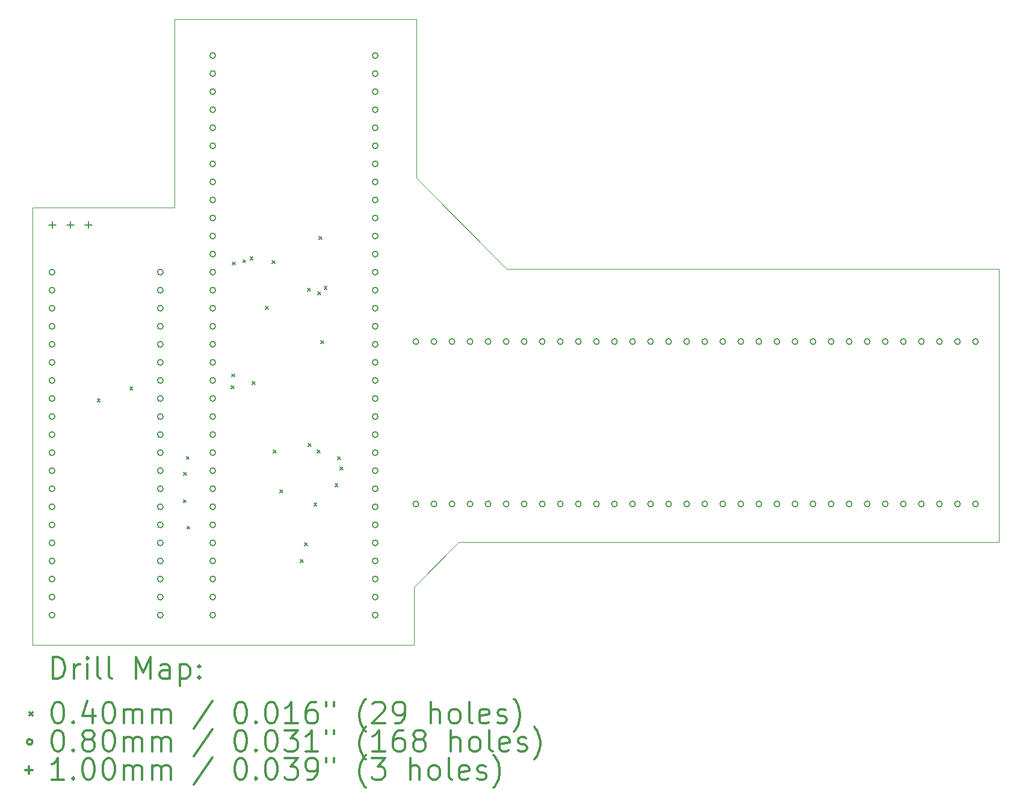
<source format=gbr>
%FSLAX45Y45*%
G04 Gerber Fmt 4.5, Leading zero omitted, Abs format (unit mm)*
G04 Created by KiCad (PCBNEW (5.1.5)-3) date 2021-09-12 14:12:53*
%MOMM*%
%LPD*%
G04 APERTURE LIST*
%TA.AperFunction,Profile*%
%ADD10C,0.050000*%
%TD*%
%ADD11C,0.200000*%
%ADD12C,0.300000*%
G04 APERTURE END LIST*
D10*
X6938000Y-9548000D02*
X6938000Y-6896000D01*
X10342000Y-6896000D02*
X6938000Y-6896000D01*
X10342000Y-9132000D02*
X10342000Y-6896000D01*
X11617000Y-10407000D02*
X10342000Y-9132000D01*
X18538000Y-10407000D02*
X11617000Y-10407000D01*
X18538000Y-14256000D02*
X18538000Y-10407000D01*
X18499000Y-14256000D02*
X18538000Y-14256000D01*
X11033000Y-14256000D02*
X18499000Y-14256000D01*
X10309000Y-15704000D02*
X4947000Y-15704000D01*
X10309000Y-14886000D02*
X10309000Y-15704000D01*
X10939000Y-14256000D02*
X10309000Y-14886000D01*
X11033000Y-14256000D02*
X10939000Y-14256000D01*
X4947000Y-9548000D02*
X6938000Y-9548000D01*
X4947000Y-15704000D02*
X4947000Y-9548000D01*
D11*
X5855000Y-12237000D02*
X5895000Y-12277000D01*
X5895000Y-12237000D02*
X5855000Y-12277000D01*
X6313000Y-12070000D02*
X6353000Y-12110000D01*
X6353000Y-12070000D02*
X6313000Y-12110000D01*
X7065000Y-13656734D02*
X7105000Y-13696734D01*
X7105000Y-13656734D02*
X7065000Y-13696734D01*
X7067415Y-13274117D02*
X7107415Y-13314117D01*
X7107415Y-13274117D02*
X7067415Y-13314117D01*
X7109251Y-13047222D02*
X7149251Y-13087222D01*
X7149251Y-13047222D02*
X7109251Y-13087222D01*
X7116000Y-14029000D02*
X7156000Y-14069000D01*
X7156000Y-14029000D02*
X7116000Y-14069000D01*
X7742000Y-12049000D02*
X7782000Y-12089000D01*
X7782000Y-12049000D02*
X7742000Y-12089000D01*
X7749966Y-11885999D02*
X7789966Y-11925999D01*
X7789966Y-11885999D02*
X7749966Y-11925999D01*
X7754000Y-10313000D02*
X7794000Y-10353000D01*
X7794000Y-10313000D02*
X7754000Y-10353000D01*
X7903550Y-10277550D02*
X7943550Y-10317550D01*
X7943550Y-10277550D02*
X7903550Y-10317550D01*
X8005870Y-10238870D02*
X8045870Y-10278870D01*
X8045870Y-10238870D02*
X8005870Y-10278870D01*
X8034001Y-11994000D02*
X8074001Y-12034000D01*
X8074001Y-11994000D02*
X8034001Y-12034000D01*
X8224000Y-10935000D02*
X8264000Y-10975000D01*
X8264000Y-10935000D02*
X8224000Y-10975000D01*
X8316000Y-10290000D02*
X8356000Y-10330000D01*
X8356000Y-10290000D02*
X8316000Y-10330000D01*
X8332000Y-12955000D02*
X8372000Y-12995000D01*
X8372000Y-12955000D02*
X8332000Y-12995000D01*
X8425000Y-13516000D02*
X8465000Y-13556000D01*
X8465000Y-13516000D02*
X8425000Y-13556000D01*
X8710000Y-14500000D02*
X8750000Y-14540000D01*
X8750000Y-14500000D02*
X8710000Y-14540000D01*
X8770000Y-14262000D02*
X8810000Y-14302000D01*
X8810000Y-14262000D02*
X8770000Y-14302000D01*
X8817122Y-10681811D02*
X8857122Y-10721811D01*
X8857122Y-10681811D02*
X8817122Y-10721811D01*
X8820000Y-12862000D02*
X8860000Y-12902000D01*
X8860000Y-12862000D02*
X8820000Y-12902000D01*
X8903000Y-13704000D02*
X8943000Y-13744000D01*
X8943000Y-13704000D02*
X8903000Y-13744000D01*
X8947998Y-12955000D02*
X8987998Y-12995000D01*
X8987998Y-12955000D02*
X8947998Y-12995000D01*
X8960499Y-10731871D02*
X9000499Y-10771871D01*
X9000499Y-10731871D02*
X8960499Y-10771871D01*
X8973499Y-9949778D02*
X9013499Y-9989778D01*
X9013499Y-9949778D02*
X8973499Y-9989778D01*
X9002000Y-11415000D02*
X9042000Y-11455000D01*
X9042000Y-11415000D02*
X9002000Y-11455000D01*
X9046000Y-10654000D02*
X9086000Y-10694000D01*
X9086000Y-10654000D02*
X9046000Y-10694000D01*
X9200000Y-13429000D02*
X9240000Y-13469000D01*
X9240000Y-13429000D02*
X9200000Y-13469000D01*
X9235000Y-13049000D02*
X9275000Y-13089000D01*
X9275000Y-13049000D02*
X9235000Y-13089000D01*
X9274000Y-13196000D02*
X9314000Y-13236000D01*
X9314000Y-13196000D02*
X9274000Y-13236000D01*
X5258200Y-10454000D02*
G75*
G03X5258200Y-10454000I-40000J0D01*
G01*
X5258200Y-10708000D02*
G75*
G03X5258200Y-10708000I-40000J0D01*
G01*
X5258200Y-10962000D02*
G75*
G03X5258200Y-10962000I-40000J0D01*
G01*
X5258200Y-11216000D02*
G75*
G03X5258200Y-11216000I-40000J0D01*
G01*
X5258200Y-11470000D02*
G75*
G03X5258200Y-11470000I-40000J0D01*
G01*
X5258200Y-11724000D02*
G75*
G03X5258200Y-11724000I-40000J0D01*
G01*
X5258200Y-11978000D02*
G75*
G03X5258200Y-11978000I-40000J0D01*
G01*
X5258200Y-12232000D02*
G75*
G03X5258200Y-12232000I-40000J0D01*
G01*
X5258200Y-12486000D02*
G75*
G03X5258200Y-12486000I-40000J0D01*
G01*
X5258200Y-12740000D02*
G75*
G03X5258200Y-12740000I-40000J0D01*
G01*
X5258200Y-12994000D02*
G75*
G03X5258200Y-12994000I-40000J0D01*
G01*
X5258200Y-13248000D02*
G75*
G03X5258200Y-13248000I-40000J0D01*
G01*
X5258200Y-13502000D02*
G75*
G03X5258200Y-13502000I-40000J0D01*
G01*
X5258200Y-13756000D02*
G75*
G03X5258200Y-13756000I-40000J0D01*
G01*
X5258200Y-14010000D02*
G75*
G03X5258200Y-14010000I-40000J0D01*
G01*
X5258200Y-14264000D02*
G75*
G03X5258200Y-14264000I-40000J0D01*
G01*
X5258200Y-14518000D02*
G75*
G03X5258200Y-14518000I-40000J0D01*
G01*
X5258200Y-14772000D02*
G75*
G03X5258200Y-14772000I-40000J0D01*
G01*
X5258200Y-15026000D02*
G75*
G03X5258200Y-15026000I-40000J0D01*
G01*
X5258200Y-15280000D02*
G75*
G03X5258200Y-15280000I-40000J0D01*
G01*
X6782200Y-10454000D02*
G75*
G03X6782200Y-10454000I-40000J0D01*
G01*
X6782200Y-10708000D02*
G75*
G03X6782200Y-10708000I-40000J0D01*
G01*
X6782200Y-10962000D02*
G75*
G03X6782200Y-10962000I-40000J0D01*
G01*
X6782200Y-11216000D02*
G75*
G03X6782200Y-11216000I-40000J0D01*
G01*
X6782200Y-11470000D02*
G75*
G03X6782200Y-11470000I-40000J0D01*
G01*
X6782200Y-11724000D02*
G75*
G03X6782200Y-11724000I-40000J0D01*
G01*
X6782200Y-11978000D02*
G75*
G03X6782200Y-11978000I-40000J0D01*
G01*
X6782200Y-12232000D02*
G75*
G03X6782200Y-12232000I-40000J0D01*
G01*
X6782200Y-12486000D02*
G75*
G03X6782200Y-12486000I-40000J0D01*
G01*
X6782200Y-12740000D02*
G75*
G03X6782200Y-12740000I-40000J0D01*
G01*
X6782200Y-12994000D02*
G75*
G03X6782200Y-12994000I-40000J0D01*
G01*
X6782200Y-13248000D02*
G75*
G03X6782200Y-13248000I-40000J0D01*
G01*
X6782200Y-13502000D02*
G75*
G03X6782200Y-13502000I-40000J0D01*
G01*
X6782200Y-13756000D02*
G75*
G03X6782200Y-13756000I-40000J0D01*
G01*
X6782200Y-14010000D02*
G75*
G03X6782200Y-14010000I-40000J0D01*
G01*
X6782200Y-14264000D02*
G75*
G03X6782200Y-14264000I-40000J0D01*
G01*
X6782200Y-14518000D02*
G75*
G03X6782200Y-14518000I-40000J0D01*
G01*
X6782200Y-14772000D02*
G75*
G03X6782200Y-14772000I-40000J0D01*
G01*
X6782200Y-15026000D02*
G75*
G03X6782200Y-15026000I-40000J0D01*
G01*
X6782200Y-15280000D02*
G75*
G03X6782200Y-15280000I-40000J0D01*
G01*
X10377800Y-11430000D02*
G75*
G03X10377800Y-11430000I-40000J0D01*
G01*
X10377800Y-13716000D02*
G75*
G03X10377800Y-13716000I-40000J0D01*
G01*
X10631800Y-11430000D02*
G75*
G03X10631800Y-11430000I-40000J0D01*
G01*
X10631800Y-13716000D02*
G75*
G03X10631800Y-13716000I-40000J0D01*
G01*
X10885800Y-11430000D02*
G75*
G03X10885800Y-11430000I-40000J0D01*
G01*
X10885800Y-13716000D02*
G75*
G03X10885800Y-13716000I-40000J0D01*
G01*
X11139800Y-11430000D02*
G75*
G03X11139800Y-11430000I-40000J0D01*
G01*
X11139800Y-13716000D02*
G75*
G03X11139800Y-13716000I-40000J0D01*
G01*
X11393800Y-11430000D02*
G75*
G03X11393800Y-11430000I-40000J0D01*
G01*
X11393800Y-13716000D02*
G75*
G03X11393800Y-13716000I-40000J0D01*
G01*
X11647800Y-11430000D02*
G75*
G03X11647800Y-11430000I-40000J0D01*
G01*
X11647800Y-13716000D02*
G75*
G03X11647800Y-13716000I-40000J0D01*
G01*
X11901800Y-11430000D02*
G75*
G03X11901800Y-11430000I-40000J0D01*
G01*
X11901800Y-13716000D02*
G75*
G03X11901800Y-13716000I-40000J0D01*
G01*
X12155800Y-11430000D02*
G75*
G03X12155800Y-11430000I-40000J0D01*
G01*
X12155800Y-13716000D02*
G75*
G03X12155800Y-13716000I-40000J0D01*
G01*
X12409800Y-11430000D02*
G75*
G03X12409800Y-11430000I-40000J0D01*
G01*
X12409800Y-13716000D02*
G75*
G03X12409800Y-13716000I-40000J0D01*
G01*
X12663800Y-11430000D02*
G75*
G03X12663800Y-11430000I-40000J0D01*
G01*
X12663800Y-13716000D02*
G75*
G03X12663800Y-13716000I-40000J0D01*
G01*
X12917800Y-11430000D02*
G75*
G03X12917800Y-11430000I-40000J0D01*
G01*
X12917800Y-13716000D02*
G75*
G03X12917800Y-13716000I-40000J0D01*
G01*
X13171800Y-11430000D02*
G75*
G03X13171800Y-11430000I-40000J0D01*
G01*
X13171800Y-13716000D02*
G75*
G03X13171800Y-13716000I-40000J0D01*
G01*
X13425800Y-11430000D02*
G75*
G03X13425800Y-11430000I-40000J0D01*
G01*
X13425800Y-13716000D02*
G75*
G03X13425800Y-13716000I-40000J0D01*
G01*
X13679800Y-11430000D02*
G75*
G03X13679800Y-11430000I-40000J0D01*
G01*
X13679800Y-13716000D02*
G75*
G03X13679800Y-13716000I-40000J0D01*
G01*
X13933800Y-11430000D02*
G75*
G03X13933800Y-11430000I-40000J0D01*
G01*
X13933800Y-13716000D02*
G75*
G03X13933800Y-13716000I-40000J0D01*
G01*
X14187800Y-11430000D02*
G75*
G03X14187800Y-11430000I-40000J0D01*
G01*
X14187800Y-13716000D02*
G75*
G03X14187800Y-13716000I-40000J0D01*
G01*
X14441800Y-11430000D02*
G75*
G03X14441800Y-11430000I-40000J0D01*
G01*
X14441800Y-13716000D02*
G75*
G03X14441800Y-13716000I-40000J0D01*
G01*
X14695800Y-11430000D02*
G75*
G03X14695800Y-11430000I-40000J0D01*
G01*
X14695800Y-13716000D02*
G75*
G03X14695800Y-13716000I-40000J0D01*
G01*
X14949800Y-11430000D02*
G75*
G03X14949800Y-11430000I-40000J0D01*
G01*
X14949800Y-13716000D02*
G75*
G03X14949800Y-13716000I-40000J0D01*
G01*
X15203800Y-11430000D02*
G75*
G03X15203800Y-11430000I-40000J0D01*
G01*
X15203800Y-13716000D02*
G75*
G03X15203800Y-13716000I-40000J0D01*
G01*
X15457800Y-11430000D02*
G75*
G03X15457800Y-11430000I-40000J0D01*
G01*
X15457800Y-13716000D02*
G75*
G03X15457800Y-13716000I-40000J0D01*
G01*
X15711800Y-11430000D02*
G75*
G03X15711800Y-11430000I-40000J0D01*
G01*
X15711800Y-13716000D02*
G75*
G03X15711800Y-13716000I-40000J0D01*
G01*
X15965800Y-11430000D02*
G75*
G03X15965800Y-11430000I-40000J0D01*
G01*
X15965800Y-13716000D02*
G75*
G03X15965800Y-13716000I-40000J0D01*
G01*
X16219800Y-11430000D02*
G75*
G03X16219800Y-11430000I-40000J0D01*
G01*
X16219800Y-13716000D02*
G75*
G03X16219800Y-13716000I-40000J0D01*
G01*
X16473800Y-11430000D02*
G75*
G03X16473800Y-11430000I-40000J0D01*
G01*
X16473800Y-13716000D02*
G75*
G03X16473800Y-13716000I-40000J0D01*
G01*
X16727800Y-11430000D02*
G75*
G03X16727800Y-11430000I-40000J0D01*
G01*
X16727800Y-13716000D02*
G75*
G03X16727800Y-13716000I-40000J0D01*
G01*
X16981800Y-11430000D02*
G75*
G03X16981800Y-11430000I-40000J0D01*
G01*
X16981800Y-13716000D02*
G75*
G03X16981800Y-13716000I-40000J0D01*
G01*
X17235800Y-11430000D02*
G75*
G03X17235800Y-11430000I-40000J0D01*
G01*
X17235800Y-13716000D02*
G75*
G03X17235800Y-13716000I-40000J0D01*
G01*
X17489800Y-11430000D02*
G75*
G03X17489800Y-11430000I-40000J0D01*
G01*
X17489800Y-13716000D02*
G75*
G03X17489800Y-13716000I-40000J0D01*
G01*
X17743800Y-11430000D02*
G75*
G03X17743800Y-11430000I-40000J0D01*
G01*
X17743800Y-13716000D02*
G75*
G03X17743800Y-13716000I-40000J0D01*
G01*
X17997800Y-11430000D02*
G75*
G03X17997800Y-11430000I-40000J0D01*
G01*
X17997800Y-13716000D02*
G75*
G03X17997800Y-13716000I-40000J0D01*
G01*
X18251800Y-11430000D02*
G75*
G03X18251800Y-11430000I-40000J0D01*
G01*
X18251800Y-13716000D02*
G75*
G03X18251800Y-13716000I-40000J0D01*
G01*
X7519800Y-7405000D02*
G75*
G03X7519800Y-7405000I-40000J0D01*
G01*
X7519800Y-7659000D02*
G75*
G03X7519800Y-7659000I-40000J0D01*
G01*
X7519800Y-7913000D02*
G75*
G03X7519800Y-7913000I-40000J0D01*
G01*
X7519800Y-8167000D02*
G75*
G03X7519800Y-8167000I-40000J0D01*
G01*
X7519800Y-8421000D02*
G75*
G03X7519800Y-8421000I-40000J0D01*
G01*
X7519800Y-8675000D02*
G75*
G03X7519800Y-8675000I-40000J0D01*
G01*
X7519800Y-8929000D02*
G75*
G03X7519800Y-8929000I-40000J0D01*
G01*
X7519800Y-9183000D02*
G75*
G03X7519800Y-9183000I-40000J0D01*
G01*
X7519800Y-9437000D02*
G75*
G03X7519800Y-9437000I-40000J0D01*
G01*
X7519800Y-9691000D02*
G75*
G03X7519800Y-9691000I-40000J0D01*
G01*
X7519800Y-9945000D02*
G75*
G03X7519800Y-9945000I-40000J0D01*
G01*
X7519800Y-10199000D02*
G75*
G03X7519800Y-10199000I-40000J0D01*
G01*
X7519800Y-10453000D02*
G75*
G03X7519800Y-10453000I-40000J0D01*
G01*
X7519800Y-10707000D02*
G75*
G03X7519800Y-10707000I-40000J0D01*
G01*
X7519800Y-10961000D02*
G75*
G03X7519800Y-10961000I-40000J0D01*
G01*
X7519800Y-11215000D02*
G75*
G03X7519800Y-11215000I-40000J0D01*
G01*
X7519800Y-11469000D02*
G75*
G03X7519800Y-11469000I-40000J0D01*
G01*
X7519800Y-11723000D02*
G75*
G03X7519800Y-11723000I-40000J0D01*
G01*
X7519800Y-11977000D02*
G75*
G03X7519800Y-11977000I-40000J0D01*
G01*
X7519800Y-12231000D02*
G75*
G03X7519800Y-12231000I-40000J0D01*
G01*
X7519800Y-12485000D02*
G75*
G03X7519800Y-12485000I-40000J0D01*
G01*
X7519800Y-12739000D02*
G75*
G03X7519800Y-12739000I-40000J0D01*
G01*
X7519800Y-12993000D02*
G75*
G03X7519800Y-12993000I-40000J0D01*
G01*
X7519800Y-13247000D02*
G75*
G03X7519800Y-13247000I-40000J0D01*
G01*
X7519800Y-13501000D02*
G75*
G03X7519800Y-13501000I-40000J0D01*
G01*
X7519800Y-13755000D02*
G75*
G03X7519800Y-13755000I-40000J0D01*
G01*
X7519800Y-14009000D02*
G75*
G03X7519800Y-14009000I-40000J0D01*
G01*
X7519800Y-14263000D02*
G75*
G03X7519800Y-14263000I-40000J0D01*
G01*
X7519800Y-14517000D02*
G75*
G03X7519800Y-14517000I-40000J0D01*
G01*
X7519800Y-14771000D02*
G75*
G03X7519800Y-14771000I-40000J0D01*
G01*
X7519800Y-15025000D02*
G75*
G03X7519800Y-15025000I-40000J0D01*
G01*
X7519800Y-15279000D02*
G75*
G03X7519800Y-15279000I-40000J0D01*
G01*
X9805800Y-7405000D02*
G75*
G03X9805800Y-7405000I-40000J0D01*
G01*
X9805800Y-7659000D02*
G75*
G03X9805800Y-7659000I-40000J0D01*
G01*
X9805800Y-7913000D02*
G75*
G03X9805800Y-7913000I-40000J0D01*
G01*
X9805800Y-8167000D02*
G75*
G03X9805800Y-8167000I-40000J0D01*
G01*
X9805800Y-8421000D02*
G75*
G03X9805800Y-8421000I-40000J0D01*
G01*
X9805800Y-8675000D02*
G75*
G03X9805800Y-8675000I-40000J0D01*
G01*
X9805800Y-8929000D02*
G75*
G03X9805800Y-8929000I-40000J0D01*
G01*
X9805800Y-9183000D02*
G75*
G03X9805800Y-9183000I-40000J0D01*
G01*
X9805800Y-9437000D02*
G75*
G03X9805800Y-9437000I-40000J0D01*
G01*
X9805800Y-9691000D02*
G75*
G03X9805800Y-9691000I-40000J0D01*
G01*
X9805800Y-9945000D02*
G75*
G03X9805800Y-9945000I-40000J0D01*
G01*
X9805800Y-10199000D02*
G75*
G03X9805800Y-10199000I-40000J0D01*
G01*
X9805800Y-10453000D02*
G75*
G03X9805800Y-10453000I-40000J0D01*
G01*
X9805800Y-10707000D02*
G75*
G03X9805800Y-10707000I-40000J0D01*
G01*
X9805800Y-10961000D02*
G75*
G03X9805800Y-10961000I-40000J0D01*
G01*
X9805800Y-11215000D02*
G75*
G03X9805800Y-11215000I-40000J0D01*
G01*
X9805800Y-11469000D02*
G75*
G03X9805800Y-11469000I-40000J0D01*
G01*
X9805800Y-11723000D02*
G75*
G03X9805800Y-11723000I-40000J0D01*
G01*
X9805800Y-11977000D02*
G75*
G03X9805800Y-11977000I-40000J0D01*
G01*
X9805800Y-12231000D02*
G75*
G03X9805800Y-12231000I-40000J0D01*
G01*
X9805800Y-12485000D02*
G75*
G03X9805800Y-12485000I-40000J0D01*
G01*
X9805800Y-12739000D02*
G75*
G03X9805800Y-12739000I-40000J0D01*
G01*
X9805800Y-12993000D02*
G75*
G03X9805800Y-12993000I-40000J0D01*
G01*
X9805800Y-13247000D02*
G75*
G03X9805800Y-13247000I-40000J0D01*
G01*
X9805800Y-13501000D02*
G75*
G03X9805800Y-13501000I-40000J0D01*
G01*
X9805800Y-13755000D02*
G75*
G03X9805800Y-13755000I-40000J0D01*
G01*
X9805800Y-14009000D02*
G75*
G03X9805800Y-14009000I-40000J0D01*
G01*
X9805800Y-14263000D02*
G75*
G03X9805800Y-14263000I-40000J0D01*
G01*
X9805800Y-14517000D02*
G75*
G03X9805800Y-14517000I-40000J0D01*
G01*
X9805800Y-14771000D02*
G75*
G03X9805800Y-14771000I-40000J0D01*
G01*
X9805800Y-15025000D02*
G75*
G03X9805800Y-15025000I-40000J0D01*
G01*
X9805800Y-15279000D02*
G75*
G03X9805800Y-15279000I-40000J0D01*
G01*
X5220000Y-9736000D02*
X5220000Y-9836000D01*
X5170000Y-9786000D02*
X5270000Y-9786000D01*
X5474000Y-9736000D02*
X5474000Y-9836000D01*
X5424000Y-9786000D02*
X5524000Y-9786000D01*
X5728000Y-9736000D02*
X5728000Y-9836000D01*
X5678000Y-9786000D02*
X5778000Y-9786000D01*
D12*
X5230928Y-16172214D02*
X5230928Y-15872214D01*
X5302357Y-15872214D01*
X5345214Y-15886500D01*
X5373786Y-15915071D01*
X5388071Y-15943643D01*
X5402357Y-16000786D01*
X5402357Y-16043643D01*
X5388071Y-16100786D01*
X5373786Y-16129357D01*
X5345214Y-16157929D01*
X5302357Y-16172214D01*
X5230928Y-16172214D01*
X5530928Y-16172214D02*
X5530928Y-15972214D01*
X5530928Y-16029357D02*
X5545214Y-16000786D01*
X5559500Y-15986500D01*
X5588071Y-15972214D01*
X5616643Y-15972214D01*
X5716643Y-16172214D02*
X5716643Y-15972214D01*
X5716643Y-15872214D02*
X5702357Y-15886500D01*
X5716643Y-15900786D01*
X5730928Y-15886500D01*
X5716643Y-15872214D01*
X5716643Y-15900786D01*
X5902357Y-16172214D02*
X5873786Y-16157929D01*
X5859500Y-16129357D01*
X5859500Y-15872214D01*
X6059500Y-16172214D02*
X6030928Y-16157929D01*
X6016643Y-16129357D01*
X6016643Y-15872214D01*
X6402357Y-16172214D02*
X6402357Y-15872214D01*
X6502357Y-16086500D01*
X6602357Y-15872214D01*
X6602357Y-16172214D01*
X6873786Y-16172214D02*
X6873786Y-16015071D01*
X6859500Y-15986500D01*
X6830928Y-15972214D01*
X6773786Y-15972214D01*
X6745214Y-15986500D01*
X6873786Y-16157929D02*
X6845214Y-16172214D01*
X6773786Y-16172214D01*
X6745214Y-16157929D01*
X6730928Y-16129357D01*
X6730928Y-16100786D01*
X6745214Y-16072214D01*
X6773786Y-16057929D01*
X6845214Y-16057929D01*
X6873786Y-16043643D01*
X7016643Y-15972214D02*
X7016643Y-16272214D01*
X7016643Y-15986500D02*
X7045214Y-15972214D01*
X7102357Y-15972214D01*
X7130928Y-15986500D01*
X7145214Y-16000786D01*
X7159500Y-16029357D01*
X7159500Y-16115071D01*
X7145214Y-16143643D01*
X7130928Y-16157929D01*
X7102357Y-16172214D01*
X7045214Y-16172214D01*
X7016643Y-16157929D01*
X7288071Y-16143643D02*
X7302357Y-16157929D01*
X7288071Y-16172214D01*
X7273786Y-16157929D01*
X7288071Y-16143643D01*
X7288071Y-16172214D01*
X7288071Y-15986500D02*
X7302357Y-16000786D01*
X7288071Y-16015071D01*
X7273786Y-16000786D01*
X7288071Y-15986500D01*
X7288071Y-16015071D01*
X4904500Y-16646500D02*
X4944500Y-16686500D01*
X4944500Y-16646500D02*
X4904500Y-16686500D01*
X5288071Y-16502214D02*
X5316643Y-16502214D01*
X5345214Y-16516500D01*
X5359500Y-16530786D01*
X5373786Y-16559357D01*
X5388071Y-16616500D01*
X5388071Y-16687929D01*
X5373786Y-16745071D01*
X5359500Y-16773643D01*
X5345214Y-16787929D01*
X5316643Y-16802214D01*
X5288071Y-16802214D01*
X5259500Y-16787929D01*
X5245214Y-16773643D01*
X5230928Y-16745071D01*
X5216643Y-16687929D01*
X5216643Y-16616500D01*
X5230928Y-16559357D01*
X5245214Y-16530786D01*
X5259500Y-16516500D01*
X5288071Y-16502214D01*
X5516643Y-16773643D02*
X5530928Y-16787929D01*
X5516643Y-16802214D01*
X5502357Y-16787929D01*
X5516643Y-16773643D01*
X5516643Y-16802214D01*
X5788071Y-16602214D02*
X5788071Y-16802214D01*
X5716643Y-16487929D02*
X5645214Y-16702214D01*
X5830928Y-16702214D01*
X6002357Y-16502214D02*
X6030928Y-16502214D01*
X6059500Y-16516500D01*
X6073786Y-16530786D01*
X6088071Y-16559357D01*
X6102357Y-16616500D01*
X6102357Y-16687929D01*
X6088071Y-16745071D01*
X6073786Y-16773643D01*
X6059500Y-16787929D01*
X6030928Y-16802214D01*
X6002357Y-16802214D01*
X5973786Y-16787929D01*
X5959500Y-16773643D01*
X5945214Y-16745071D01*
X5930928Y-16687929D01*
X5930928Y-16616500D01*
X5945214Y-16559357D01*
X5959500Y-16530786D01*
X5973786Y-16516500D01*
X6002357Y-16502214D01*
X6230928Y-16802214D02*
X6230928Y-16602214D01*
X6230928Y-16630786D02*
X6245214Y-16616500D01*
X6273786Y-16602214D01*
X6316643Y-16602214D01*
X6345214Y-16616500D01*
X6359500Y-16645071D01*
X6359500Y-16802214D01*
X6359500Y-16645071D02*
X6373786Y-16616500D01*
X6402357Y-16602214D01*
X6445214Y-16602214D01*
X6473786Y-16616500D01*
X6488071Y-16645071D01*
X6488071Y-16802214D01*
X6630928Y-16802214D02*
X6630928Y-16602214D01*
X6630928Y-16630786D02*
X6645214Y-16616500D01*
X6673786Y-16602214D01*
X6716643Y-16602214D01*
X6745214Y-16616500D01*
X6759500Y-16645071D01*
X6759500Y-16802214D01*
X6759500Y-16645071D02*
X6773786Y-16616500D01*
X6802357Y-16602214D01*
X6845214Y-16602214D01*
X6873786Y-16616500D01*
X6888071Y-16645071D01*
X6888071Y-16802214D01*
X7473786Y-16487929D02*
X7216643Y-16873643D01*
X7859500Y-16502214D02*
X7888071Y-16502214D01*
X7916643Y-16516500D01*
X7930928Y-16530786D01*
X7945214Y-16559357D01*
X7959500Y-16616500D01*
X7959500Y-16687929D01*
X7945214Y-16745071D01*
X7930928Y-16773643D01*
X7916643Y-16787929D01*
X7888071Y-16802214D01*
X7859500Y-16802214D01*
X7830928Y-16787929D01*
X7816643Y-16773643D01*
X7802357Y-16745071D01*
X7788071Y-16687929D01*
X7788071Y-16616500D01*
X7802357Y-16559357D01*
X7816643Y-16530786D01*
X7830928Y-16516500D01*
X7859500Y-16502214D01*
X8088071Y-16773643D02*
X8102357Y-16787929D01*
X8088071Y-16802214D01*
X8073786Y-16787929D01*
X8088071Y-16773643D01*
X8088071Y-16802214D01*
X8288071Y-16502214D02*
X8316643Y-16502214D01*
X8345214Y-16516500D01*
X8359500Y-16530786D01*
X8373786Y-16559357D01*
X8388071Y-16616500D01*
X8388071Y-16687929D01*
X8373786Y-16745071D01*
X8359500Y-16773643D01*
X8345214Y-16787929D01*
X8316643Y-16802214D01*
X8288071Y-16802214D01*
X8259500Y-16787929D01*
X8245214Y-16773643D01*
X8230928Y-16745071D01*
X8216643Y-16687929D01*
X8216643Y-16616500D01*
X8230928Y-16559357D01*
X8245214Y-16530786D01*
X8259500Y-16516500D01*
X8288071Y-16502214D01*
X8673786Y-16802214D02*
X8502357Y-16802214D01*
X8588071Y-16802214D02*
X8588071Y-16502214D01*
X8559500Y-16545071D01*
X8530928Y-16573643D01*
X8502357Y-16587929D01*
X8930928Y-16502214D02*
X8873786Y-16502214D01*
X8845214Y-16516500D01*
X8830928Y-16530786D01*
X8802357Y-16573643D01*
X8788071Y-16630786D01*
X8788071Y-16745071D01*
X8802357Y-16773643D01*
X8816643Y-16787929D01*
X8845214Y-16802214D01*
X8902357Y-16802214D01*
X8930928Y-16787929D01*
X8945214Y-16773643D01*
X8959500Y-16745071D01*
X8959500Y-16673643D01*
X8945214Y-16645071D01*
X8930928Y-16630786D01*
X8902357Y-16616500D01*
X8845214Y-16616500D01*
X8816643Y-16630786D01*
X8802357Y-16645071D01*
X8788071Y-16673643D01*
X9073786Y-16502214D02*
X9073786Y-16559357D01*
X9188071Y-16502214D02*
X9188071Y-16559357D01*
X9630928Y-16916500D02*
X9616643Y-16902214D01*
X9588071Y-16859357D01*
X9573786Y-16830786D01*
X9559500Y-16787929D01*
X9545214Y-16716500D01*
X9545214Y-16659357D01*
X9559500Y-16587929D01*
X9573786Y-16545071D01*
X9588071Y-16516500D01*
X9616643Y-16473643D01*
X9630928Y-16459357D01*
X9730928Y-16530786D02*
X9745214Y-16516500D01*
X9773786Y-16502214D01*
X9845214Y-16502214D01*
X9873786Y-16516500D01*
X9888071Y-16530786D01*
X9902357Y-16559357D01*
X9902357Y-16587929D01*
X9888071Y-16630786D01*
X9716643Y-16802214D01*
X9902357Y-16802214D01*
X10045214Y-16802214D02*
X10102357Y-16802214D01*
X10130928Y-16787929D01*
X10145214Y-16773643D01*
X10173786Y-16730786D01*
X10188071Y-16673643D01*
X10188071Y-16559357D01*
X10173786Y-16530786D01*
X10159500Y-16516500D01*
X10130928Y-16502214D01*
X10073786Y-16502214D01*
X10045214Y-16516500D01*
X10030928Y-16530786D01*
X10016643Y-16559357D01*
X10016643Y-16630786D01*
X10030928Y-16659357D01*
X10045214Y-16673643D01*
X10073786Y-16687929D01*
X10130928Y-16687929D01*
X10159500Y-16673643D01*
X10173786Y-16659357D01*
X10188071Y-16630786D01*
X10545214Y-16802214D02*
X10545214Y-16502214D01*
X10673786Y-16802214D02*
X10673786Y-16645071D01*
X10659500Y-16616500D01*
X10630928Y-16602214D01*
X10588071Y-16602214D01*
X10559500Y-16616500D01*
X10545214Y-16630786D01*
X10859500Y-16802214D02*
X10830928Y-16787929D01*
X10816643Y-16773643D01*
X10802357Y-16745071D01*
X10802357Y-16659357D01*
X10816643Y-16630786D01*
X10830928Y-16616500D01*
X10859500Y-16602214D01*
X10902357Y-16602214D01*
X10930928Y-16616500D01*
X10945214Y-16630786D01*
X10959500Y-16659357D01*
X10959500Y-16745071D01*
X10945214Y-16773643D01*
X10930928Y-16787929D01*
X10902357Y-16802214D01*
X10859500Y-16802214D01*
X11130928Y-16802214D02*
X11102357Y-16787929D01*
X11088071Y-16759357D01*
X11088071Y-16502214D01*
X11359500Y-16787929D02*
X11330928Y-16802214D01*
X11273786Y-16802214D01*
X11245214Y-16787929D01*
X11230928Y-16759357D01*
X11230928Y-16645071D01*
X11245214Y-16616500D01*
X11273786Y-16602214D01*
X11330928Y-16602214D01*
X11359500Y-16616500D01*
X11373786Y-16645071D01*
X11373786Y-16673643D01*
X11230928Y-16702214D01*
X11488071Y-16787929D02*
X11516643Y-16802214D01*
X11573786Y-16802214D01*
X11602357Y-16787929D01*
X11616643Y-16759357D01*
X11616643Y-16745071D01*
X11602357Y-16716500D01*
X11573786Y-16702214D01*
X11530928Y-16702214D01*
X11502357Y-16687929D01*
X11488071Y-16659357D01*
X11488071Y-16645071D01*
X11502357Y-16616500D01*
X11530928Y-16602214D01*
X11573786Y-16602214D01*
X11602357Y-16616500D01*
X11716643Y-16916500D02*
X11730928Y-16902214D01*
X11759500Y-16859357D01*
X11773786Y-16830786D01*
X11788071Y-16787929D01*
X11802357Y-16716500D01*
X11802357Y-16659357D01*
X11788071Y-16587929D01*
X11773786Y-16545071D01*
X11759500Y-16516500D01*
X11730928Y-16473643D01*
X11716643Y-16459357D01*
X4944500Y-17062500D02*
G75*
G03X4944500Y-17062500I-40000J0D01*
G01*
X5288071Y-16898214D02*
X5316643Y-16898214D01*
X5345214Y-16912500D01*
X5359500Y-16926786D01*
X5373786Y-16955357D01*
X5388071Y-17012500D01*
X5388071Y-17083929D01*
X5373786Y-17141072D01*
X5359500Y-17169643D01*
X5345214Y-17183929D01*
X5316643Y-17198214D01*
X5288071Y-17198214D01*
X5259500Y-17183929D01*
X5245214Y-17169643D01*
X5230928Y-17141072D01*
X5216643Y-17083929D01*
X5216643Y-17012500D01*
X5230928Y-16955357D01*
X5245214Y-16926786D01*
X5259500Y-16912500D01*
X5288071Y-16898214D01*
X5516643Y-17169643D02*
X5530928Y-17183929D01*
X5516643Y-17198214D01*
X5502357Y-17183929D01*
X5516643Y-17169643D01*
X5516643Y-17198214D01*
X5702357Y-17026786D02*
X5673786Y-17012500D01*
X5659500Y-16998214D01*
X5645214Y-16969643D01*
X5645214Y-16955357D01*
X5659500Y-16926786D01*
X5673786Y-16912500D01*
X5702357Y-16898214D01*
X5759500Y-16898214D01*
X5788071Y-16912500D01*
X5802357Y-16926786D01*
X5816643Y-16955357D01*
X5816643Y-16969643D01*
X5802357Y-16998214D01*
X5788071Y-17012500D01*
X5759500Y-17026786D01*
X5702357Y-17026786D01*
X5673786Y-17041072D01*
X5659500Y-17055357D01*
X5645214Y-17083929D01*
X5645214Y-17141072D01*
X5659500Y-17169643D01*
X5673786Y-17183929D01*
X5702357Y-17198214D01*
X5759500Y-17198214D01*
X5788071Y-17183929D01*
X5802357Y-17169643D01*
X5816643Y-17141072D01*
X5816643Y-17083929D01*
X5802357Y-17055357D01*
X5788071Y-17041072D01*
X5759500Y-17026786D01*
X6002357Y-16898214D02*
X6030928Y-16898214D01*
X6059500Y-16912500D01*
X6073786Y-16926786D01*
X6088071Y-16955357D01*
X6102357Y-17012500D01*
X6102357Y-17083929D01*
X6088071Y-17141072D01*
X6073786Y-17169643D01*
X6059500Y-17183929D01*
X6030928Y-17198214D01*
X6002357Y-17198214D01*
X5973786Y-17183929D01*
X5959500Y-17169643D01*
X5945214Y-17141072D01*
X5930928Y-17083929D01*
X5930928Y-17012500D01*
X5945214Y-16955357D01*
X5959500Y-16926786D01*
X5973786Y-16912500D01*
X6002357Y-16898214D01*
X6230928Y-17198214D02*
X6230928Y-16998214D01*
X6230928Y-17026786D02*
X6245214Y-17012500D01*
X6273786Y-16998214D01*
X6316643Y-16998214D01*
X6345214Y-17012500D01*
X6359500Y-17041072D01*
X6359500Y-17198214D01*
X6359500Y-17041072D02*
X6373786Y-17012500D01*
X6402357Y-16998214D01*
X6445214Y-16998214D01*
X6473786Y-17012500D01*
X6488071Y-17041072D01*
X6488071Y-17198214D01*
X6630928Y-17198214D02*
X6630928Y-16998214D01*
X6630928Y-17026786D02*
X6645214Y-17012500D01*
X6673786Y-16998214D01*
X6716643Y-16998214D01*
X6745214Y-17012500D01*
X6759500Y-17041072D01*
X6759500Y-17198214D01*
X6759500Y-17041072D02*
X6773786Y-17012500D01*
X6802357Y-16998214D01*
X6845214Y-16998214D01*
X6873786Y-17012500D01*
X6888071Y-17041072D01*
X6888071Y-17198214D01*
X7473786Y-16883929D02*
X7216643Y-17269643D01*
X7859500Y-16898214D02*
X7888071Y-16898214D01*
X7916643Y-16912500D01*
X7930928Y-16926786D01*
X7945214Y-16955357D01*
X7959500Y-17012500D01*
X7959500Y-17083929D01*
X7945214Y-17141072D01*
X7930928Y-17169643D01*
X7916643Y-17183929D01*
X7888071Y-17198214D01*
X7859500Y-17198214D01*
X7830928Y-17183929D01*
X7816643Y-17169643D01*
X7802357Y-17141072D01*
X7788071Y-17083929D01*
X7788071Y-17012500D01*
X7802357Y-16955357D01*
X7816643Y-16926786D01*
X7830928Y-16912500D01*
X7859500Y-16898214D01*
X8088071Y-17169643D02*
X8102357Y-17183929D01*
X8088071Y-17198214D01*
X8073786Y-17183929D01*
X8088071Y-17169643D01*
X8088071Y-17198214D01*
X8288071Y-16898214D02*
X8316643Y-16898214D01*
X8345214Y-16912500D01*
X8359500Y-16926786D01*
X8373786Y-16955357D01*
X8388071Y-17012500D01*
X8388071Y-17083929D01*
X8373786Y-17141072D01*
X8359500Y-17169643D01*
X8345214Y-17183929D01*
X8316643Y-17198214D01*
X8288071Y-17198214D01*
X8259500Y-17183929D01*
X8245214Y-17169643D01*
X8230928Y-17141072D01*
X8216643Y-17083929D01*
X8216643Y-17012500D01*
X8230928Y-16955357D01*
X8245214Y-16926786D01*
X8259500Y-16912500D01*
X8288071Y-16898214D01*
X8488071Y-16898214D02*
X8673786Y-16898214D01*
X8573786Y-17012500D01*
X8616643Y-17012500D01*
X8645214Y-17026786D01*
X8659500Y-17041072D01*
X8673786Y-17069643D01*
X8673786Y-17141072D01*
X8659500Y-17169643D01*
X8645214Y-17183929D01*
X8616643Y-17198214D01*
X8530928Y-17198214D01*
X8502357Y-17183929D01*
X8488071Y-17169643D01*
X8959500Y-17198214D02*
X8788071Y-17198214D01*
X8873786Y-17198214D02*
X8873786Y-16898214D01*
X8845214Y-16941072D01*
X8816643Y-16969643D01*
X8788071Y-16983929D01*
X9073786Y-16898214D02*
X9073786Y-16955357D01*
X9188071Y-16898214D02*
X9188071Y-16955357D01*
X9630928Y-17312500D02*
X9616643Y-17298214D01*
X9588071Y-17255357D01*
X9573786Y-17226786D01*
X9559500Y-17183929D01*
X9545214Y-17112500D01*
X9545214Y-17055357D01*
X9559500Y-16983929D01*
X9573786Y-16941072D01*
X9588071Y-16912500D01*
X9616643Y-16869643D01*
X9630928Y-16855357D01*
X9902357Y-17198214D02*
X9730928Y-17198214D01*
X9816643Y-17198214D02*
X9816643Y-16898214D01*
X9788071Y-16941072D01*
X9759500Y-16969643D01*
X9730928Y-16983929D01*
X10159500Y-16898214D02*
X10102357Y-16898214D01*
X10073786Y-16912500D01*
X10059500Y-16926786D01*
X10030928Y-16969643D01*
X10016643Y-17026786D01*
X10016643Y-17141072D01*
X10030928Y-17169643D01*
X10045214Y-17183929D01*
X10073786Y-17198214D01*
X10130928Y-17198214D01*
X10159500Y-17183929D01*
X10173786Y-17169643D01*
X10188071Y-17141072D01*
X10188071Y-17069643D01*
X10173786Y-17041072D01*
X10159500Y-17026786D01*
X10130928Y-17012500D01*
X10073786Y-17012500D01*
X10045214Y-17026786D01*
X10030928Y-17041072D01*
X10016643Y-17069643D01*
X10359500Y-17026786D02*
X10330928Y-17012500D01*
X10316643Y-16998214D01*
X10302357Y-16969643D01*
X10302357Y-16955357D01*
X10316643Y-16926786D01*
X10330928Y-16912500D01*
X10359500Y-16898214D01*
X10416643Y-16898214D01*
X10445214Y-16912500D01*
X10459500Y-16926786D01*
X10473786Y-16955357D01*
X10473786Y-16969643D01*
X10459500Y-16998214D01*
X10445214Y-17012500D01*
X10416643Y-17026786D01*
X10359500Y-17026786D01*
X10330928Y-17041072D01*
X10316643Y-17055357D01*
X10302357Y-17083929D01*
X10302357Y-17141072D01*
X10316643Y-17169643D01*
X10330928Y-17183929D01*
X10359500Y-17198214D01*
X10416643Y-17198214D01*
X10445214Y-17183929D01*
X10459500Y-17169643D01*
X10473786Y-17141072D01*
X10473786Y-17083929D01*
X10459500Y-17055357D01*
X10445214Y-17041072D01*
X10416643Y-17026786D01*
X10830928Y-17198214D02*
X10830928Y-16898214D01*
X10959500Y-17198214D02*
X10959500Y-17041072D01*
X10945214Y-17012500D01*
X10916643Y-16998214D01*
X10873786Y-16998214D01*
X10845214Y-17012500D01*
X10830928Y-17026786D01*
X11145214Y-17198214D02*
X11116643Y-17183929D01*
X11102357Y-17169643D01*
X11088071Y-17141072D01*
X11088071Y-17055357D01*
X11102357Y-17026786D01*
X11116643Y-17012500D01*
X11145214Y-16998214D01*
X11188071Y-16998214D01*
X11216643Y-17012500D01*
X11230928Y-17026786D01*
X11245214Y-17055357D01*
X11245214Y-17141072D01*
X11230928Y-17169643D01*
X11216643Y-17183929D01*
X11188071Y-17198214D01*
X11145214Y-17198214D01*
X11416643Y-17198214D02*
X11388071Y-17183929D01*
X11373786Y-17155357D01*
X11373786Y-16898214D01*
X11645214Y-17183929D02*
X11616643Y-17198214D01*
X11559500Y-17198214D01*
X11530928Y-17183929D01*
X11516643Y-17155357D01*
X11516643Y-17041072D01*
X11530928Y-17012500D01*
X11559500Y-16998214D01*
X11616643Y-16998214D01*
X11645214Y-17012500D01*
X11659500Y-17041072D01*
X11659500Y-17069643D01*
X11516643Y-17098214D01*
X11773786Y-17183929D02*
X11802357Y-17198214D01*
X11859500Y-17198214D01*
X11888071Y-17183929D01*
X11902357Y-17155357D01*
X11902357Y-17141072D01*
X11888071Y-17112500D01*
X11859500Y-17098214D01*
X11816643Y-17098214D01*
X11788071Y-17083929D01*
X11773786Y-17055357D01*
X11773786Y-17041072D01*
X11788071Y-17012500D01*
X11816643Y-16998214D01*
X11859500Y-16998214D01*
X11888071Y-17012500D01*
X12002357Y-17312500D02*
X12016643Y-17298214D01*
X12045214Y-17255357D01*
X12059500Y-17226786D01*
X12073786Y-17183929D01*
X12088071Y-17112500D01*
X12088071Y-17055357D01*
X12073786Y-16983929D01*
X12059500Y-16941072D01*
X12045214Y-16912500D01*
X12016643Y-16869643D01*
X12002357Y-16855357D01*
X4894500Y-17408500D02*
X4894500Y-17508500D01*
X4844500Y-17458500D02*
X4944500Y-17458500D01*
X5388071Y-17594214D02*
X5216643Y-17594214D01*
X5302357Y-17594214D02*
X5302357Y-17294214D01*
X5273786Y-17337072D01*
X5245214Y-17365643D01*
X5216643Y-17379929D01*
X5516643Y-17565643D02*
X5530928Y-17579929D01*
X5516643Y-17594214D01*
X5502357Y-17579929D01*
X5516643Y-17565643D01*
X5516643Y-17594214D01*
X5716643Y-17294214D02*
X5745214Y-17294214D01*
X5773786Y-17308500D01*
X5788071Y-17322786D01*
X5802357Y-17351357D01*
X5816643Y-17408500D01*
X5816643Y-17479929D01*
X5802357Y-17537072D01*
X5788071Y-17565643D01*
X5773786Y-17579929D01*
X5745214Y-17594214D01*
X5716643Y-17594214D01*
X5688071Y-17579929D01*
X5673786Y-17565643D01*
X5659500Y-17537072D01*
X5645214Y-17479929D01*
X5645214Y-17408500D01*
X5659500Y-17351357D01*
X5673786Y-17322786D01*
X5688071Y-17308500D01*
X5716643Y-17294214D01*
X6002357Y-17294214D02*
X6030928Y-17294214D01*
X6059500Y-17308500D01*
X6073786Y-17322786D01*
X6088071Y-17351357D01*
X6102357Y-17408500D01*
X6102357Y-17479929D01*
X6088071Y-17537072D01*
X6073786Y-17565643D01*
X6059500Y-17579929D01*
X6030928Y-17594214D01*
X6002357Y-17594214D01*
X5973786Y-17579929D01*
X5959500Y-17565643D01*
X5945214Y-17537072D01*
X5930928Y-17479929D01*
X5930928Y-17408500D01*
X5945214Y-17351357D01*
X5959500Y-17322786D01*
X5973786Y-17308500D01*
X6002357Y-17294214D01*
X6230928Y-17594214D02*
X6230928Y-17394214D01*
X6230928Y-17422786D02*
X6245214Y-17408500D01*
X6273786Y-17394214D01*
X6316643Y-17394214D01*
X6345214Y-17408500D01*
X6359500Y-17437072D01*
X6359500Y-17594214D01*
X6359500Y-17437072D02*
X6373786Y-17408500D01*
X6402357Y-17394214D01*
X6445214Y-17394214D01*
X6473786Y-17408500D01*
X6488071Y-17437072D01*
X6488071Y-17594214D01*
X6630928Y-17594214D02*
X6630928Y-17394214D01*
X6630928Y-17422786D02*
X6645214Y-17408500D01*
X6673786Y-17394214D01*
X6716643Y-17394214D01*
X6745214Y-17408500D01*
X6759500Y-17437072D01*
X6759500Y-17594214D01*
X6759500Y-17437072D02*
X6773786Y-17408500D01*
X6802357Y-17394214D01*
X6845214Y-17394214D01*
X6873786Y-17408500D01*
X6888071Y-17437072D01*
X6888071Y-17594214D01*
X7473786Y-17279929D02*
X7216643Y-17665643D01*
X7859500Y-17294214D02*
X7888071Y-17294214D01*
X7916643Y-17308500D01*
X7930928Y-17322786D01*
X7945214Y-17351357D01*
X7959500Y-17408500D01*
X7959500Y-17479929D01*
X7945214Y-17537072D01*
X7930928Y-17565643D01*
X7916643Y-17579929D01*
X7888071Y-17594214D01*
X7859500Y-17594214D01*
X7830928Y-17579929D01*
X7816643Y-17565643D01*
X7802357Y-17537072D01*
X7788071Y-17479929D01*
X7788071Y-17408500D01*
X7802357Y-17351357D01*
X7816643Y-17322786D01*
X7830928Y-17308500D01*
X7859500Y-17294214D01*
X8088071Y-17565643D02*
X8102357Y-17579929D01*
X8088071Y-17594214D01*
X8073786Y-17579929D01*
X8088071Y-17565643D01*
X8088071Y-17594214D01*
X8288071Y-17294214D02*
X8316643Y-17294214D01*
X8345214Y-17308500D01*
X8359500Y-17322786D01*
X8373786Y-17351357D01*
X8388071Y-17408500D01*
X8388071Y-17479929D01*
X8373786Y-17537072D01*
X8359500Y-17565643D01*
X8345214Y-17579929D01*
X8316643Y-17594214D01*
X8288071Y-17594214D01*
X8259500Y-17579929D01*
X8245214Y-17565643D01*
X8230928Y-17537072D01*
X8216643Y-17479929D01*
X8216643Y-17408500D01*
X8230928Y-17351357D01*
X8245214Y-17322786D01*
X8259500Y-17308500D01*
X8288071Y-17294214D01*
X8488071Y-17294214D02*
X8673786Y-17294214D01*
X8573786Y-17408500D01*
X8616643Y-17408500D01*
X8645214Y-17422786D01*
X8659500Y-17437072D01*
X8673786Y-17465643D01*
X8673786Y-17537072D01*
X8659500Y-17565643D01*
X8645214Y-17579929D01*
X8616643Y-17594214D01*
X8530928Y-17594214D01*
X8502357Y-17579929D01*
X8488071Y-17565643D01*
X8816643Y-17594214D02*
X8873786Y-17594214D01*
X8902357Y-17579929D01*
X8916643Y-17565643D01*
X8945214Y-17522786D01*
X8959500Y-17465643D01*
X8959500Y-17351357D01*
X8945214Y-17322786D01*
X8930928Y-17308500D01*
X8902357Y-17294214D01*
X8845214Y-17294214D01*
X8816643Y-17308500D01*
X8802357Y-17322786D01*
X8788071Y-17351357D01*
X8788071Y-17422786D01*
X8802357Y-17451357D01*
X8816643Y-17465643D01*
X8845214Y-17479929D01*
X8902357Y-17479929D01*
X8930928Y-17465643D01*
X8945214Y-17451357D01*
X8959500Y-17422786D01*
X9073786Y-17294214D02*
X9073786Y-17351357D01*
X9188071Y-17294214D02*
X9188071Y-17351357D01*
X9630928Y-17708500D02*
X9616643Y-17694214D01*
X9588071Y-17651357D01*
X9573786Y-17622786D01*
X9559500Y-17579929D01*
X9545214Y-17508500D01*
X9545214Y-17451357D01*
X9559500Y-17379929D01*
X9573786Y-17337072D01*
X9588071Y-17308500D01*
X9616643Y-17265643D01*
X9630928Y-17251357D01*
X9716643Y-17294214D02*
X9902357Y-17294214D01*
X9802357Y-17408500D01*
X9845214Y-17408500D01*
X9873786Y-17422786D01*
X9888071Y-17437072D01*
X9902357Y-17465643D01*
X9902357Y-17537072D01*
X9888071Y-17565643D01*
X9873786Y-17579929D01*
X9845214Y-17594214D01*
X9759500Y-17594214D01*
X9730928Y-17579929D01*
X9716643Y-17565643D01*
X10259500Y-17594214D02*
X10259500Y-17294214D01*
X10388071Y-17594214D02*
X10388071Y-17437072D01*
X10373786Y-17408500D01*
X10345214Y-17394214D01*
X10302357Y-17394214D01*
X10273786Y-17408500D01*
X10259500Y-17422786D01*
X10573786Y-17594214D02*
X10545214Y-17579929D01*
X10530928Y-17565643D01*
X10516643Y-17537072D01*
X10516643Y-17451357D01*
X10530928Y-17422786D01*
X10545214Y-17408500D01*
X10573786Y-17394214D01*
X10616643Y-17394214D01*
X10645214Y-17408500D01*
X10659500Y-17422786D01*
X10673786Y-17451357D01*
X10673786Y-17537072D01*
X10659500Y-17565643D01*
X10645214Y-17579929D01*
X10616643Y-17594214D01*
X10573786Y-17594214D01*
X10845214Y-17594214D02*
X10816643Y-17579929D01*
X10802357Y-17551357D01*
X10802357Y-17294214D01*
X11073786Y-17579929D02*
X11045214Y-17594214D01*
X10988071Y-17594214D01*
X10959500Y-17579929D01*
X10945214Y-17551357D01*
X10945214Y-17437072D01*
X10959500Y-17408500D01*
X10988071Y-17394214D01*
X11045214Y-17394214D01*
X11073786Y-17408500D01*
X11088071Y-17437072D01*
X11088071Y-17465643D01*
X10945214Y-17494214D01*
X11202357Y-17579929D02*
X11230928Y-17594214D01*
X11288071Y-17594214D01*
X11316643Y-17579929D01*
X11330928Y-17551357D01*
X11330928Y-17537072D01*
X11316643Y-17508500D01*
X11288071Y-17494214D01*
X11245214Y-17494214D01*
X11216643Y-17479929D01*
X11202357Y-17451357D01*
X11202357Y-17437072D01*
X11216643Y-17408500D01*
X11245214Y-17394214D01*
X11288071Y-17394214D01*
X11316643Y-17408500D01*
X11430928Y-17708500D02*
X11445214Y-17694214D01*
X11473786Y-17651357D01*
X11488071Y-17622786D01*
X11502357Y-17579929D01*
X11516643Y-17508500D01*
X11516643Y-17451357D01*
X11502357Y-17379929D01*
X11488071Y-17337072D01*
X11473786Y-17308500D01*
X11445214Y-17265643D01*
X11430928Y-17251357D01*
M02*

</source>
